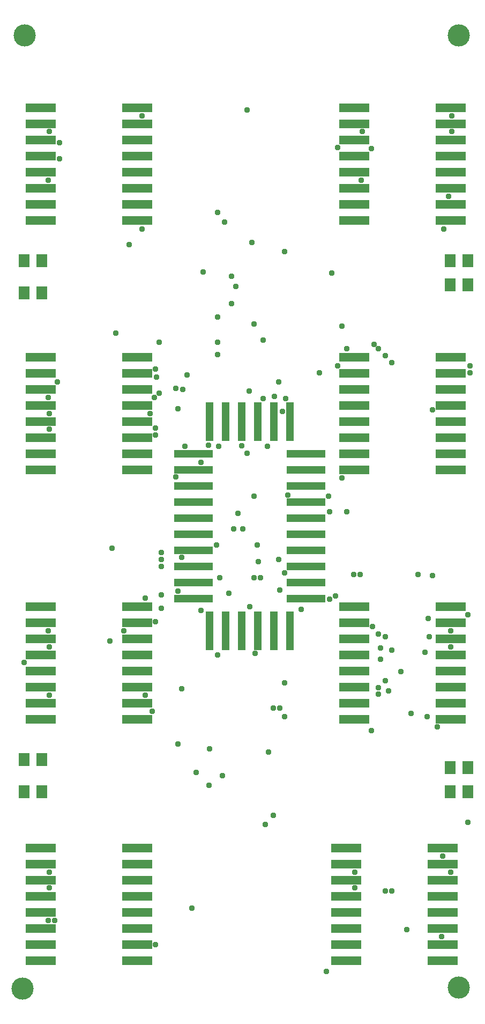
<source format=gbs>
G75*
%MOIN*%
%OFA0B0*%
%FSLAX25Y25*%
%IPPOS*%
%LPD*%
%AMOC8*
5,1,8,0,0,1.08239X$1,22.5*
%
%ADD10R,0.04816X0.24422*%
%ADD11R,0.18800X0.05800*%
%ADD12C,0.13800*%
%ADD13R,0.07099X0.07887*%
%ADD14R,0.24422X0.04816*%
%ADD15C,0.03778*%
D10*
X0132427Y0236579D03*
X0142427Y0236579D03*
X0152427Y0236579D03*
X0162427Y0236579D03*
X0172427Y0236579D03*
X0182427Y0236579D03*
X0182427Y0366579D03*
X0172427Y0366579D03*
X0162427Y0366579D03*
X0152427Y0366579D03*
X0142427Y0366579D03*
X0132427Y0366579D03*
D11*
X0087427Y0366579D03*
X0087427Y0356579D03*
X0087427Y0346579D03*
X0087427Y0336579D03*
X0087427Y0376579D03*
X0087427Y0386579D03*
X0087427Y0396579D03*
X0087427Y0406579D03*
X0087427Y0491579D03*
X0087427Y0501579D03*
X0087427Y0511579D03*
X0087427Y0521579D03*
X0087427Y0531579D03*
X0087427Y0541579D03*
X0087427Y0551579D03*
X0087427Y0561579D03*
X0027427Y0561579D03*
X0027427Y0551579D03*
X0027427Y0541579D03*
X0027427Y0531579D03*
X0027427Y0521579D03*
X0027427Y0511579D03*
X0027427Y0501579D03*
X0027427Y0491579D03*
X0027427Y0406579D03*
X0027427Y0396579D03*
X0027427Y0386579D03*
X0027427Y0376579D03*
X0027427Y0366579D03*
X0027427Y0356579D03*
X0027427Y0346579D03*
X0027427Y0336579D03*
X0027427Y0251579D03*
X0027427Y0241579D03*
X0027427Y0231579D03*
X0027427Y0221579D03*
X0027427Y0211579D03*
X0027427Y0201579D03*
X0027427Y0191579D03*
X0027427Y0181579D03*
X0027427Y0101579D03*
X0027427Y0091579D03*
X0027427Y0081579D03*
X0027427Y0071579D03*
X0027427Y0061579D03*
X0027427Y0051579D03*
X0027427Y0041579D03*
X0027427Y0031579D03*
X0087427Y0031579D03*
X0087427Y0041579D03*
X0087427Y0051579D03*
X0087427Y0061579D03*
X0087427Y0071579D03*
X0087427Y0081579D03*
X0087427Y0091579D03*
X0087427Y0101579D03*
X0087427Y0181579D03*
X0087427Y0191579D03*
X0087427Y0201579D03*
X0087427Y0211579D03*
X0087427Y0221579D03*
X0087427Y0231579D03*
X0087427Y0241579D03*
X0087427Y0251579D03*
X0217427Y0101579D03*
X0217427Y0091579D03*
X0217427Y0081579D03*
X0217427Y0071579D03*
X0217427Y0061579D03*
X0217427Y0051579D03*
X0217427Y0041579D03*
X0217427Y0031579D03*
X0277427Y0031579D03*
X0277427Y0041579D03*
X0277427Y0051579D03*
X0277427Y0061579D03*
X0277427Y0071579D03*
X0277427Y0081579D03*
X0277427Y0091579D03*
X0277427Y0101579D03*
X0282427Y0181579D03*
X0282427Y0191579D03*
X0282427Y0201579D03*
X0282427Y0211579D03*
X0282427Y0221579D03*
X0282427Y0231579D03*
X0282427Y0241579D03*
X0282427Y0251579D03*
X0282427Y0336579D03*
X0282427Y0346579D03*
X0282427Y0356579D03*
X0282427Y0366579D03*
X0282427Y0376579D03*
X0282427Y0386579D03*
X0282427Y0396579D03*
X0282427Y0406579D03*
X0282427Y0491579D03*
X0282427Y0501579D03*
X0282427Y0511579D03*
X0282427Y0521579D03*
X0282427Y0531579D03*
X0282427Y0541579D03*
X0282427Y0551579D03*
X0282427Y0561579D03*
X0222427Y0561579D03*
X0222427Y0551579D03*
X0222427Y0541579D03*
X0222427Y0531579D03*
X0222427Y0521579D03*
X0222427Y0511579D03*
X0222427Y0501579D03*
X0222427Y0491579D03*
X0222427Y0406579D03*
X0222427Y0396579D03*
X0222427Y0386579D03*
X0222427Y0376579D03*
X0222427Y0366579D03*
X0222427Y0356579D03*
X0222427Y0346579D03*
X0222427Y0336579D03*
X0222427Y0251579D03*
X0222427Y0241579D03*
X0222427Y0231579D03*
X0222427Y0221579D03*
X0222427Y0211579D03*
X0222427Y0201579D03*
X0222427Y0191579D03*
X0222427Y0181579D03*
D12*
X0016096Y0014224D03*
X0287427Y0014906D03*
X0287427Y0606579D03*
X0017427Y0606579D03*
D13*
X0016915Y0466579D03*
X0016915Y0446579D03*
X0027938Y0446579D03*
X0027938Y0466579D03*
X0027938Y0156579D03*
X0016915Y0156579D03*
X0016915Y0136579D03*
X0027938Y0136579D03*
X0281915Y0136579D03*
X0281915Y0151579D03*
X0292938Y0151579D03*
X0292938Y0136579D03*
X0292938Y0451579D03*
X0292938Y0466579D03*
X0281915Y0466579D03*
X0281915Y0451579D03*
D14*
X0192427Y0346579D03*
X0192427Y0336579D03*
X0192427Y0326579D03*
X0192427Y0316579D03*
X0192427Y0306579D03*
X0192427Y0296579D03*
X0192427Y0286579D03*
X0192427Y0276579D03*
X0192427Y0266579D03*
X0192427Y0256579D03*
X0122427Y0256579D03*
X0122427Y0266579D03*
X0122427Y0276579D03*
X0122427Y0286579D03*
X0122427Y0296579D03*
X0122427Y0306579D03*
X0122427Y0316579D03*
X0122427Y0326579D03*
X0122427Y0336579D03*
X0122427Y0346579D03*
D15*
X0126879Y0341315D03*
X0131803Y0351868D03*
X0138135Y0351165D03*
X0152427Y0351579D03*
X0155724Y0346943D03*
X0168388Y0351165D03*
X0177534Y0372974D03*
X0179644Y0380713D03*
X0172609Y0382120D03*
X0175423Y0391267D03*
X0165573Y0380713D03*
X0157131Y0385638D03*
X0165573Y0417298D03*
X0159945Y0427147D03*
X0145874Y0439811D03*
X0148688Y0450364D03*
X0145874Y0456696D03*
X0158538Y0477802D03*
X0141653Y0490466D03*
X0137427Y0496579D03*
X0128286Y0459510D03*
X0137432Y0431369D03*
X0137432Y0415891D03*
X0137432Y0408152D03*
X0118436Y0395488D03*
X0115622Y0386342D03*
X0111401Y0387045D03*
X0112808Y0374381D03*
X0100848Y0384231D03*
X0098033Y0381417D03*
X0095219Y0371567D03*
X0098737Y0362421D03*
X0098737Y0358200D03*
X0111401Y0332169D03*
X0117029Y0351165D03*
X0099440Y0394081D03*
X0098737Y0399006D03*
X0100848Y0415891D03*
X0074113Y0421519D03*
X0082427Y0476579D03*
X0090294Y0486245D03*
X0090294Y0556599D03*
X0038936Y0539714D03*
X0032604Y0546750D03*
X0038936Y0529865D03*
X0031900Y0516497D03*
X0037529Y0391267D03*
X0031900Y0381417D03*
X0032604Y0371567D03*
X0032604Y0361718D03*
X0071718Y0287720D03*
X0092405Y0256890D03*
X0098737Y0242115D03*
X0102255Y0250558D03*
X0102255Y0259000D03*
X0112808Y0261111D03*
X0102255Y0276589D03*
X0102255Y0280810D03*
X0102255Y0285031D03*
X0114918Y0282217D03*
X0126879Y0249151D03*
X0138839Y0269554D03*
X0144467Y0259704D03*
X0157427Y0251579D03*
X0159945Y0269554D03*
X0162759Y0279403D03*
X0164166Y0269554D03*
X0175423Y0280810D03*
X0178941Y0272368D03*
X0176127Y0261815D03*
X0189494Y0249854D03*
X0207083Y0256186D03*
X0210600Y0258297D03*
X0221857Y0271664D03*
X0226078Y0271664D03*
X0233817Y0239301D03*
X0237335Y0234376D03*
X0241556Y0232969D03*
X0238742Y0225934D03*
X0238742Y0218898D03*
X0245777Y0224527D03*
X0251406Y0211159D03*
X0243667Y0199199D03*
X0241556Y0205531D03*
X0237335Y0201310D03*
X0237335Y0197089D03*
X0233114Y0174575D03*
X0257738Y0185128D03*
X0267587Y0183018D03*
X0273919Y0176686D03*
X0266180Y0223120D03*
X0268994Y0232969D03*
X0268291Y0244226D03*
X0282362Y0236487D03*
X0282362Y0226637D03*
X0292915Y0246337D03*
X0271105Y0270961D03*
X0261959Y0271664D03*
X0217636Y0310359D03*
X0207083Y0310359D03*
X0206379Y0320209D03*
X0214822Y0331465D03*
X0200751Y0396895D03*
X0212007Y0401116D03*
X0217636Y0411669D03*
X0214822Y0425740D03*
X0208490Y0458807D03*
X0178941Y0472174D03*
X0212007Y0536900D03*
X0227485Y0546750D03*
X0233114Y0536196D03*
X0226782Y0516497D03*
X0234521Y0414483D03*
X0237335Y0411669D03*
X0241556Y0407448D03*
X0245777Y0403227D03*
X0271105Y0373678D03*
X0294322Y0396895D03*
X0294322Y0401116D03*
X0278140Y0486245D03*
X0280955Y0506648D03*
X0283065Y0546750D03*
X0283065Y0556599D03*
X0181051Y0320912D03*
X0162056Y0289956D03*
X0152910Y0299806D03*
X0150096Y0309656D03*
X0147281Y0299806D03*
X0136728Y0289956D03*
X0159945Y0320209D03*
X0160649Y0222416D03*
X0171905Y0188646D03*
X0176127Y0188646D03*
X0178941Y0183018D03*
X0178941Y0204124D03*
X0169091Y0161208D03*
X0171905Y0121809D03*
X0166981Y0116181D03*
X0140246Y0146433D03*
X0131954Y0140476D03*
X0123923Y0148508D03*
X0132507Y0163319D03*
X0114918Y0200606D03*
X0096626Y0186535D03*
X0092405Y0196385D03*
X0079038Y0236487D03*
X0070379Y0230161D03*
X0032604Y0226637D03*
X0031900Y0236487D03*
X0017126Y0216788D03*
X0032604Y0196385D03*
X0032604Y0086632D03*
X0032604Y0076783D03*
X0031900Y0056380D03*
X0036122Y0056380D03*
X0098737Y0041606D03*
X0121250Y0064119D03*
X0112808Y0166133D03*
X0137427Y0221579D03*
X0222561Y0086632D03*
X0222561Y0076783D03*
X0241556Y0074672D03*
X0245777Y0074672D03*
X0254923Y0050752D03*
X0276733Y0046530D03*
X0282362Y0086632D03*
X0277437Y0096482D03*
X0292915Y0117588D03*
X0204972Y0024720D03*
X0155724Y0560117D03*
M02*

</source>
